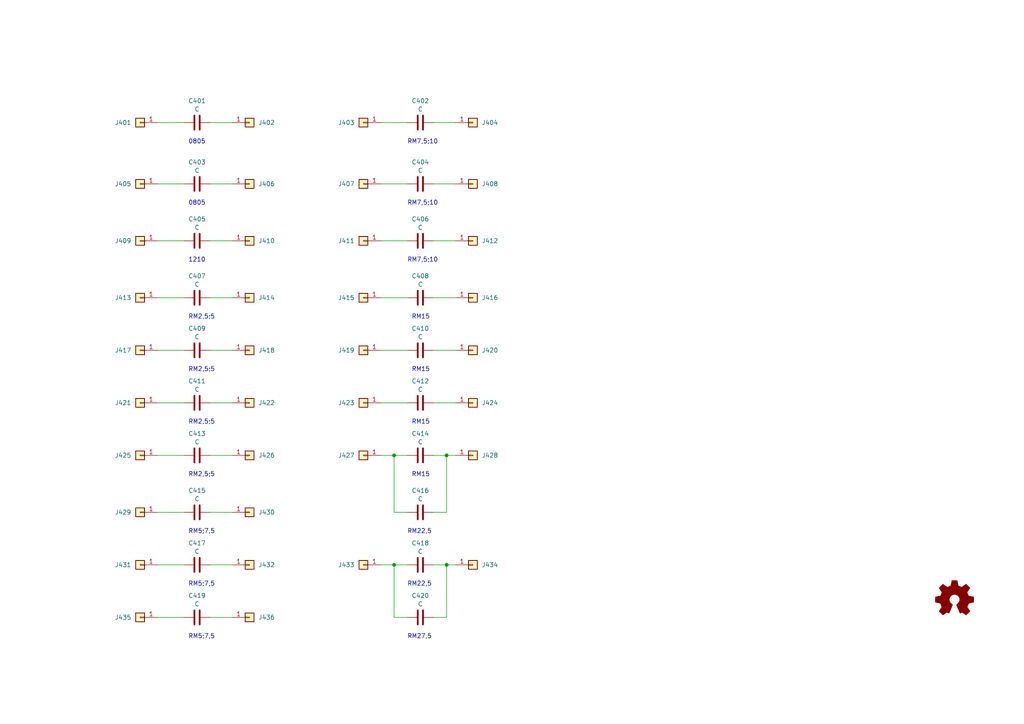
<source format=kicad_sch>
(kicad_sch (version 20230121) (generator eeschema)
  (paper "A4")
  (title_block (title "Reparaturhelfer") (date "2024-01-04") (rev "1-a") (comment 1 "Vereinfachung der Reparatur von Röhrenradios, ") (comment 2 "Erweiterung um Bluetooth."))
  (lib_symbols
    (symbol "Connector_Generic:Conn_01x01" (pin_names (offset 1.016) hide)
      (property "Reference" "J" (at 0 2.54 0))
      (property "Value" "Conn_01x01" (at 0 -2.54 0))
      (symbol "Conn_01x01_1_1"
        (rectangle (start -1.27 0.127) (end 0 -0.127) (stroke (width 0.1524)))
        (rectangle (start -1.27 1.27) (end 1.27 -1.27) (stroke (width 0.254)) (fill (type background)))
        (pin passive line (at -5.08 0 0) (length 3.81) (name "Pin_1") (number "1"))
      )
    )
    (symbol "Device:C" (pin_numbers hide) (pin_names (offset 0.254))
      (property "Reference" "C" (at 0.635 2.54 0))
      (property "Value" "C" (at 0.635 -2.54 0))
      (symbol "C_0_1"
        (polyline (pts (xy -2.032 -0.762) (xy 2.032 -0.762)) (stroke (width 0.508)))
        (polyline (pts (xy -2.032 0.762) (xy 2.032 0.762)) (stroke (width 0.508)))
      )
      (symbol "C_1_1"
        (pin passive line (at 0 3.81 270) (length 2.794) (name "~") (number "1"))
        (pin passive line (at 0 -3.81 90) (length 2.794) (name "~") (number "2"))
      )
    )
    (symbol "Graphic:Logo_Open_Hardware_Small" (pin_names (offset 1.016))
      (symbol "Logo_Open_Hardware_Small_0_1"
        (polyline (pts (xy 3.3528 -4.3434) (xy 3.302 -4.318) (xy 3.175 -4.2418) (xy 2.9972 -4.1148) (xy 2.7686 -3.9624) (xy 2.54 -3.81) (xy 2.3622 -3.7084) (xy 2.2352 -3.6068) (xy 2.1844 -3.5814) (xy 2.159 -3.6068) (xy 2.0574 -3.6576) (xy 1.905 -3.7338) (xy 1.8034 -3.7846) (xy 1.6764 -3.8354) (xy 1.6002 -3.8354) (xy 1.6002 -3.8354) (xy 1.5494 -3.7338) (xy 1.4732 -3.5306) (xy 1.3462 -3.302) (xy 1.2446 -3.0226) (xy 1.1176 -2.7178) (xy 0.9652 -2.413) (xy 0.8636 -2.1082) (xy 0.7366 -1.8288) (xy 0.6604 -1.6256) (xy 0.6096 -1.4732) (xy 0.5842 -1.397) (xy 0.5842 -1.397) (xy 0.6604 -1.3208) (xy 0.7874 -1.2446) (xy 1.0414 -1.016) (xy 1.2954 -0.6858) (xy 1.4478 -0.3302) (xy 1.524 0.0762) (xy 1.4732 0.4572) (xy 1.3208 0.8128) (xy 1.0668 1.143) (xy 0.762 1.3716) (xy 0.4064 1.524) (xy 0 1.5748) (xy -0.381 1.5494) (xy -0.7366 1.397) (xy -1.0668 1.143) (xy -1.2192 0.9906) (xy -1.397 0.6604) (xy -1.524 0.3048) (xy -1.524 0.2286) (xy -1.4986 -0.1778) (xy -1.397 -0.5334) (xy -1.1938 -0.8636) (xy -0.9144 -1.143) (xy -0.8636 -1.1684) (xy -0.7366 -1.27) (xy -0.635 -1.3462) (xy -0.5842 -1.397) (xy -1.0668 -2.5908) (xy -1.143 -2.794) (xy -1.2954 -3.1242) (xy -1.397 -3.4036) (xy -1.4986 -3.6322) (xy -1.5748 -3.7846) (xy -1.6002 -3.8354) (xy -1.6002 -3.8354) (xy -1.651 -3.8354) (xy -1.7272 -3.81) (xy -1.905 -3.7338) (xy -2.0066 -3.683) (xy -2.1336 -3.6068) (xy -2.2098 -3.5814) (xy -2.2606 -3.6068) (xy -2.3622 -3.683) (xy -2.54 -3.81) (xy -2.7686 -3.9624) (xy -2.9718 -4.0894) (xy -3.1496 -4.2164) (xy -3.302 -4.318) (xy -3.3528 -4.3434) (xy -3.3782 -4.3434) (xy -3.429 -4.318) (xy -3.5306 -4.2164) (xy -3.7084 -4.064) (xy -3.937 -3.8354) (xy -3.9624 -3.81) (xy -4.1656 -3.6068) (xy -4.318 -3.4544) (xy -4.4196 -3.3274) (xy -4.445 -3.2766) (xy -4.445 -3.2766) (xy -4.4196 -3.2258) (xy -4.318 -3.0734) (xy -4.2164 -2.8956) (xy -4.064 -2.667) (xy -3.6576 -2.0828) (xy -3.8862 -1.5494) (xy -3.937 -1.3716) (xy -4.0386 -1.1684) (xy -4.0894 -1.0414) (xy -4.1148 -0.9652) (xy -4.191 -0.9398) (xy -4.318 -0.9144) (xy -4.5466 -0.8636) (xy -4.8006 -0.8128) (xy -5.0546 -0.7874) (xy -5.2578 -0.7366) (xy -5.4356 -0.7112) (xy -5.5118 -0.6858) (xy -5.5118 -0.6858) (xy -5.5372 -0.635) (xy -5.5372 -0.5588) (xy -5.5372 -0.4318) (xy -5.5626 -0.2286) (xy -5.5626 0.0762) (xy -5.5626 0.127) (xy -5.5372 0.4064) (xy -5.5372 0.635) (xy -5.5372 0.762) (xy -5.5372 0.8382) (xy -5.5372 0.8382) (xy -5.461 0.8382) (xy -5.3086 0.889) (xy -5.08 0.9144) (xy -4.826 0.9652) (xy -4.8006 0.9906) (xy -4.5466 1.0414) (xy -4.318 1.0668) (xy -4.1656 1.1176) (xy -4.0894 1.143) (xy -4.0894 1.143) (xy -4.0386 1.2446) (xy -3.9624 1.4224) (xy -3.8608 1.6256) (xy -3.7846 1.8288) (xy -3.7084 2.0066) (xy -3.6576 2.159) (xy -3.6322 2.2098) (xy -3.6322 2.2098) (xy -3.683 2.286) (xy -3.7592 2.413) (xy -3.8862 2.5908) (xy -4.064 2.8194) (xy -4.064 2.8448) (xy -4.2164 3.0734) (xy -4.3434 3.2512) (xy -4.4196 3.3782) (xy -4.445 3.4544) (xy -4.445 3.4544) (xy -4.3942 3.5052) (xy -4.2926 3.6322) (xy -4.1148 3.81) (xy -3.937 4.0132) (xy -3.8608 4.064) (xy -3.6576 4.2926) (xy -3.5052 4.4196) (xy -3.4036 4.4958) (xy -3.3528 4.5212) (xy -3.3528 4.5212) (xy -3.302 4.4704) (xy -3.1496 4.3688) (xy -2.9718 4.2418) (xy -2.7432 4.0894) (xy -2.7178 4.0894) (xy -2.4892 3.937) (xy -2.3114 3.81) (xy -2.1844 3.7084) (xy -2.1336 3.683) (xy -2.1082 3.683) (xy -2.032 3.7084) (xy -1.8542 3.7592) (xy -1.6764 3.8354) (xy -1.4732 3.937) (xy -1.27 4.0132) (xy -1.143 4.064) (xy -1.0668 4.1148) (xy -1.0668 4.1148) (xy -1.0414 4.191) (xy -1.016 4.3434) (xy -0.9652 4.572) (xy -0.9144 4.8514) (xy -0.889 4.9022) (xy -0.8382 5.1562) (xy -0.8128 5.3848) (xy -0.7874 5.5372) (xy -0.762 5.588) (xy -0.7112 5.6134) (xy -0.5842 5.6134) (xy -0.4064 5.6134) (xy -0.1524 5.6134) (xy 0.0762 5.6134) (xy 0.3302 5.6134) (xy 0.5334 5.6134) (xy 0.6858 5.588) (xy 0.7366 5.588) (xy 0.7366 5.588) (xy 0.762 5.5118) (xy 0.8128 5.334) (xy 0.8382 5.1054) (xy 0.9144 4.826) (xy 0.9144 4.7752) (xy 0.9652 4.5212) (xy 1.016 4.2926) (xy 1.0414 4.1402) (xy 1.0668 4.0894) (xy 1.0668 4.0894) (xy 1.1938 4.0386) (xy 1.3716 3.9624) (xy 1.5748 3.8608) (xy 2.0828 3.6576) (xy 2.7178 4.0894) (xy 2.7686 4.1402) (xy 2.9972 4.2926) (xy 3.175 4.4196) (xy 3.302 4.4958) (xy 3.3782 4.5212) (xy 3.3782 4.5212) (xy 3.429 4.4704) (xy 3.556 4.3434) (xy 3.7338 4.191) (xy 3.9116 3.9878) (xy 4.064 3.8354) (xy 4.2418 3.6576) (xy 4.3434 3.556) (xy 4.4196 3.4798) (xy 4.4196 3.429) (xy 4.4196 3.4036) (xy 4.3942 3.3274) (xy 4.2926 3.2004) (xy 4.1656 2.9972) (xy 4.0132 2.794) (xy 3.8862 2.5908) (xy 3.7592 2.3876) (xy 3.6576 2.2352) (xy 3.6322 2.159) (xy 3.6322 2.1336) (xy 3.683 2.0066) (xy 3.7592 1.8288) (xy 3.8608 1.6002) (xy 4.064 1.1176) (xy 4.3942 1.0414) (xy 4.5974 1.016) (xy 4.8768 0.9652) (xy 5.1308 0.9144) (xy 5.5372 0.8382) (xy 5.5626 -0.6604) (xy 5.4864 -0.6858) (xy 5.4356 -0.6858) (xy 5.2832 -0.7366) (xy 5.0546 -0.762) (xy 4.8006 -0.8128) (xy 4.5974 -0.8636) (xy 4.3688 -0.9144) (xy 4.2164 -0.9398) (xy 4.1402 -0.9398) (xy 4.1148 -0.9652) (xy 4.064 -1.0668) (xy 3.9878 -1.2446) (xy 3.9116 -1.4478) (xy 3.81 -1.651) (xy 3.7338 -1.8542) (xy 3.683 -2.0066) (xy 3.6576 -2.0828) (xy 3.683 -2.1336) (xy 3.7846 -2.2606) (xy 3.8862 -2.4638) (xy 4.0386 -2.667) (xy 4.191 -2.8956) (xy 4.318 -3.0734) (xy 4.3942 -3.2004) (xy 4.445 -3.2766) (xy 4.4196 -3.3274) (xy 4.3434 -3.429) (xy 4.1656 -3.5814) (xy 3.937 -3.8354) (xy 3.8862 -3.8608) (xy 3.683 -4.064) (xy 3.5306 -4.2164) (xy 3.4036 -4.318) (xy 3.3528 -4.3434)) (fill (type outline)))
      )
    )
  )
  (junction (at 129.54 132.08))
  (junction (at 114.3 132.08))
  (junction (at 129.54 163.83))
  (junction (at 114.3 163.83))
  (wire (pts (xy 125.73 148.59) (xy 129.54 148.59)))
  (wire (pts (xy 60.96 116.84) (xy 67.31 116.84)))
  (wire (pts (xy 114.3 163.83) (xy 118.11 163.83)))
  (wire (pts (xy 60.96 86.36) (xy 67.31 86.36)))
  (wire (pts (xy 125.73 69.85) (xy 132.08 69.85)))
  (wire (pts (xy 110.49 86.36) (xy 118.11 86.36)))
  (wire (pts (xy 114.3 179.07) (xy 114.3 163.83)))
  (wire (pts (xy 125.73 53.34) (xy 132.08 53.34)))
  (wire (pts (xy 110.49 35.56) (xy 118.11 35.56)))
  (wire (pts (xy 45.72 179.07) (xy 53.34 179.07)))
  (wire (pts (xy 125.73 101.6) (xy 132.08 101.6)))
  (wire (pts (xy 60.96 35.56) (xy 67.31 35.56)))
  (wire (pts (xy 125.73 132.08) (xy 129.54 132.08)))
  (wire (pts (xy 60.96 179.07) (xy 67.31 179.07)))
  (wire (pts (xy 125.73 86.36) (xy 132.08 86.36)))
  (wire (pts (xy 110.49 101.6) (xy 118.11 101.6)))
  (wire (pts (xy 129.54 148.59) (xy 129.54 132.08)))
  (wire (pts (xy 60.96 148.59) (xy 67.31 148.59)))
  (wire (pts (xy 114.3 132.08) (xy 118.11 132.08)))
  (wire (pts (xy 45.72 101.6) (xy 53.34 101.6)))
  (wire (pts (xy 45.72 132.08) (xy 53.34 132.08)))
  (wire (pts (xy 125.73 163.83) (xy 129.54 163.83)))
  (wire (pts (xy 45.72 148.59) (xy 53.34 148.59)))
  (wire (pts (xy 114.3 148.59) (xy 114.3 132.08)))
  (wire (pts (xy 60.96 163.83) (xy 67.31 163.83)))
  (wire (pts (xy 118.11 148.59) (xy 114.3 148.59)))
  (wire (pts (xy 125.73 179.07) (xy 129.54 179.07)))
  (wire (pts (xy 60.96 101.6) (xy 67.31 101.6)))
  (wire (pts (xy 60.96 53.34) (xy 67.31 53.34)))
  (wire (pts (xy 129.54 132.08) (xy 132.08 132.08)))
  (wire (pts (xy 45.72 69.85) (xy 53.34 69.85)))
  (wire (pts (xy 45.72 163.83) (xy 53.34 163.83)))
  (wire (pts (xy 129.54 179.07) (xy 129.54 163.83)))
  (wire (pts (xy 60.96 132.08) (xy 67.31 132.08)))
  (wire (pts (xy 110.49 69.85) (xy 118.11 69.85)))
  (wire (pts (xy 60.96 69.85) (xy 67.31 69.85)))
  (wire (pts (xy 110.49 53.34) (xy 118.11 53.34)))
  (wire (pts (xy 45.72 35.56) (xy 53.34 35.56)))
  (wire (pts (xy 110.49 116.84) (xy 118.11 116.84)))
  (wire (pts (xy 125.73 35.56) (xy 132.08 35.56)))
  (wire (pts (xy 118.11 179.07) (xy 114.3 179.07)))
  (wire (pts (xy 45.72 116.84) (xy 53.34 116.84)))
  (wire (pts (xy 129.54 163.83) (xy 132.08 163.83)))
  (wire (pts (xy 125.73 116.84) (xy 132.08 116.84)))
  (wire (pts (xy 110.49 132.08) (xy 114.3 132.08)))
  (wire (pts (xy 45.72 53.34) (xy 53.34 53.34)))
  (wire (pts (xy 45.72 86.36) (xy 53.34 86.36)))
  (wire (pts (xy 110.49 163.83) (xy 114.3 163.83)))
  (text "RM7,5;10" (at 118.11 59.69 0) (effects (font (size 1.27 1.27)) (justify left bottom)))
  (text "RM7,5;10" (at 118.11 41.91 0) (effects (font (size 1.27 1.27)) (justify left bottom)))
  (text "0805" (at 54.61 41.91 0) (effects (font (size 1.27 1.27)) (justify left bottom)))
  (text "RM5;7,5" (at 54.61 154.94 0) (effects (font (size 1.27 1.27)) (justify left bottom)))
  (text "RM5;7,5" (at 54.61 170.18 0) (effects (font (size 1.27 1.27)) (justify left bottom)))
  (text "RM15" (at 119.38 123.19 0) (effects (font (size 1.27 1.27)) (justify left bottom)))
  (text "RM2,5;5" (at 54.61 138.43 0) (effects (font (size 1.27 1.27)) (justify left bottom)))
  (text "RM5;7,5" (at 54.61 185.42 0) (effects (font (size 1.27 1.27)) (justify left bottom)))
  (text "RM2,5;5" (at 54.61 107.95 0) (effects (font (size 1.27 1.27)) (justify left bottom)))
  (text "RM22,5" (at 118.11 154.94 0) (effects (font (size 1.27 1.27)) (justify left bottom)))
  (text "RM15" (at 119.38 92.71 0) (effects (font (size 1.27 1.27)) (justify left bottom)))
  (text "RM22,5" (at 118.11 170.18 0) (effects (font (size 1.27 1.27)) (justify left bottom)))
  (text "RM15" (at 119.38 107.95 0) (effects (font (size 1.27 1.27)) (justify left bottom)))
  (text "RM2,5;5" (at 54.61 123.19 0) (effects (font (size 1.27 1.27)) (justify left bottom)))
  (text "RM7,5;10" (at 118.11 76.2 0) (effects (font (size 1.27 1.27)) (justify left bottom)))
  (text "1210" (at 54.61 76.2 0) (effects (font (size 1.27 1.27)) (justify left bottom)))
  (text "RM15" (at 119.38 138.43 0) (effects (font (size 1.27 1.27)) (justify left bottom)))
  (text "0805" (at 54.61 59.69 0) (effects (font (size 1.27 1.27)) (justify left bottom)))
  (text "RM2,5;5" (at 54.61 92.71 0) (effects (font (size 1.27 1.27)) (justify left bottom)))
  (text "RM27,5" (at 118.11 185.42 0) (effects (font (size 1.27 1.27)) (justify left bottom)))
  (symbol (lib_id "Connector_Generic:Conn_01x01") (at 72.39 132.08 0) (mirror x) (unit 1)
    (property "Reference" "J426" (at 74.93 132.08 0) (effects (justify left)))
    (property "Value" "Conn_01x01" (effects hide))
    (property "Footprint" "Connector_PinHeader_2.54mm:PinHeader_1x01_P2.54mm_Vertical" (effects hide))
  )
  (symbol (lib_id "Device:C") (at 121.92 53.34 90) (unit 1)
    (property "Reference" "C404" (at 121.92 47.0367 90))
    (property "Value" "C" (at 121.92 49.4609 90))
    (property "Footprint" "Capacitor_THT:C_Rect_L13.0mm_W6.5mm_P7.50mm_P10.00mm" (effects hide))
  )
  (symbol (lib_id "Connector_Generic:Conn_01x01") (at 40.64 179.07 0) (mirror y) (unit 1)
    (property "Reference" "J435" (at 38.1 179.07 0) (effects (justify left)))
    (property "Value" "Conn_01x01" (effects hide))
    (property "Footprint" "Connector_PinHeader_2.54mm:PinHeader_1x01_P2.54mm_Vertical" (effects hide))
  )
  (symbol (lib_id "Connector_Generic:Conn_01x01") (at 40.64 132.08 0) (mirror y) (unit 1)
    (property "Reference" "J425" (at 38.1 132.08 0) (effects (justify left)))
    (property "Value" "Conn_01x01" (effects hide))
    (property "Footprint" "Connector_PinHeader_2.54mm:PinHeader_1x01_P2.54mm_Vertical" (effects hide))
  )
  (symbol (lib_id "Connector_Generic:Conn_01x01") (at 72.39 35.56 0) (mirror x) (unit 1)
    (property "Reference" "J402" (at 74.93 35.56 0) (effects (justify left)))
    (property "Value" "Conn_01x01" (effects hide))
    (property "Footprint" "Connector_PinHeader_2.54mm:PinHeader_1x01_P2.54mm_Vertical" (effects hide))
  )
  (symbol (lib_id "Device:C") (at 121.92 69.85 90) (unit 1)
    (property "Reference" "C406" (at 121.92 63.5467 90))
    (property "Value" "C" (at 121.92 65.9709 90))
    (property "Footprint" "Capacitor_THT:C_Rect_L13.0mm_W6.5mm_P7.50mm_P10.00mm" (effects hide))
  )
  (symbol (lib_id "Device:C") (at 121.92 35.56 90) (unit 1)
    (property "Reference" "C402" (at 121.92 29.2567 90))
    (property "Value" "C" (at 121.92 31.6809 90))
    (property "Footprint" "Capacitor_THT:C_Rect_L13.0mm_W6.5mm_P7.50mm_P10.00mm" (effects hide))
  )
  (symbol (lib_id "Connector_Generic:Conn_01x01") (at 105.41 116.84 0) (mirror y) (unit 1)
    (property "Reference" "J423" (at 102.87 116.84 0) (effects (justify left)))
    (property "Value" "Conn_01x01" (effects hide))
    (property "Footprint" "Connector_PinHeader_2.54mm:PinHeader_1x01_P2.54mm_Vertical" (effects hide))
  )
  (symbol (lib_id "Connector_Generic:Conn_01x01") (at 72.39 179.07 0) (mirror x) (unit 1)
    (property "Reference" "J436" (at 74.93 179.07 0) (effects (justify left)))
    (property "Value" "Conn_01x01" (effects hide))
    (property "Footprint" "Connector_PinHeader_2.54mm:PinHeader_1x01_P2.54mm_Vertical" (effects hide))
  )
  (symbol (lib_id "Device:C") (at 57.15 163.83 90) (unit 1)
    (property "Reference" "C417" (at 57.15 157.5267 90))
    (property "Value" "C" (at 57.15 159.9509 90))
    (property "Footprint" "Capacitor_THT:C_Rect_L10.0mm_W5.0mm_P5.00mm_P7.50mm" (effects hide))
  )
  (symbol (lib_id "Connector_Generic:Conn_01x01") (at 72.39 163.83 0) (mirror x) (unit 1)
    (property "Reference" "J432" (at 74.93 163.83 0) (effects (justify left)))
    (property "Value" "Conn_01x01" (effects hide))
    (property "Footprint" "Connector_PinHeader_2.54mm:PinHeader_1x01_P2.54mm_Vertical" (effects hide))
  )
  (symbol (lib_id "Connector_Generic:Conn_01x01") (at 72.39 53.34 0) (mirror x) (unit 1)
    (property "Reference" "J406" (at 74.93 53.34 0) (effects (justify left)))
    (property "Value" "Conn_01x01" (effects hide))
    (property "Footprint" "Connector_PinHeader_2.54mm:PinHeader_1x01_P2.54mm_Vertical" (effects hide))
  )
  (symbol (lib_id "Device:C") (at 57.15 69.85 90) (unit 1)
    (property "Reference" "C405" (at 57.15 63.5467 90))
    (property "Value" "C" (at 57.15 65.9709 90))
    (property "Footprint" "Capacitor_SMD:C_1210_3225Metric_Pad1.33x2.70mm_HandSolder" (effects hide))
  )
  (symbol (lib_id "Device:C") (at 57.15 53.34 90) (unit 1)
    (property "Reference" "C403" (at 57.15 47.0367 90))
    (property "Value" "C" (at 57.15 49.4609 90))
    (property "Footprint" "Capacitor_SMD:C_0805_2012Metric_Pad1.18x1.45mm_HandSolder" (effects hide))
  )
  (symbol (lib_id "Connector_Generic:Conn_01x01") (at 105.41 35.56 0) (mirror y) (unit 1)
    (property "Reference" "J403" (at 102.87 35.56 0) (effects (justify left)))
    (property "Value" "Conn_01x01" (effects hide))
    (property "Footprint" "Connector_PinHeader_2.54mm:PinHeader_1x01_P2.54mm_Vertical" (effects hide))
  )
  (symbol (lib_id "Device:C") (at 57.15 148.59 90) (unit 1)
    (property "Reference" "C415" (at 57.15 142.2867 90))
    (property "Value" "C" (at 57.15 144.7109 90))
    (property "Footprint" "Capacitor_THT:C_Rect_L10.0mm_W5.0mm_P5.00mm_P7.50mm" (effects hide))
  )
  (symbol (lib_id "Connector_Generic:Conn_01x01") (at 137.16 86.36 0) (mirror x) (unit 1)
    (property "Reference" "J416" (at 139.7 86.36 0) (effects (justify left)))
    (property "Value" "Conn_01x01" (effects hide))
    (property "Footprint" "Connector_PinHeader_2.54mm:PinHeader_1x01_P2.54mm_Vertical" (effects hide))
  )
  (symbol (lib_id "Connector_Generic:Conn_01x01") (at 137.16 101.6 0) (mirror x) (unit 1)
    (property "Reference" "J420" (at 139.7 101.6 0) (effects (justify left)))
    (property "Value" "Conn_01x01" (effects hide))
    (property "Footprint" "Connector_PinHeader_2.54mm:PinHeader_1x01_P2.54mm_Vertical" (effects hide))
  )
  (symbol (lib_id "Connector_Generic:Conn_01x01") (at 40.64 116.84 0) (mirror y) (unit 1)
    (property "Reference" "J421" (at 38.1 116.84 0) (effects (justify left)))
    (property "Value" "Conn_01x01" (effects hide))
    (property "Footprint" "Connector_PinHeader_2.54mm:PinHeader_1x01_P2.54mm_Vertical" (effects hide))
  )
  (symbol (lib_id "Device:C") (at 121.92 148.59 90) (unit 1)
    (property "Reference" "C416" (at 121.92 142.2867 90))
    (property "Value" "C" (at 121.92 144.7109 90))
    (property "Footprint" "Capacitor_THT:C_Rect_L24.0mm_W10.1mm_P22.50mm_MKT" (effects hide))
  )
  (symbol (lib_id "Connector_Generic:Conn_01x01") (at 105.41 132.08 0) (mirror y) (unit 1)
    (property "Reference" "J427" (at 102.87 132.08 0) (effects (justify left)))
    (property "Value" "Conn_01x01" (effects hide))
    (property "Footprint" "Connector_PinHeader_2.54mm:PinHeader_1x01_P2.54mm_Vertical" (effects hide))
  )
  (symbol (lib_id "Connector_Generic:Conn_01x01") (at 40.64 35.56 0) (mirror y) (unit 1)
    (property "Reference" "J401" (at 38.1 35.56 0) (effects (justify left)))
    (property "Value" "Conn_01x01" (effects hide))
    (property "Footprint" "Connector_PinHeader_2.54mm:PinHeader_1x01_P2.54mm_Vertical" (effects hide))
  )
  (symbol (lib_id "Device:C") (at 121.92 101.6 90) (unit 1)
    (property "Reference" "C410" (at 121.92 95.2967 90))
    (property "Value" "C" (at 121.92 97.7209 90))
    (property "Footprint" "Capacitor_THT:C_Rect_L16.5mm_W7.0mm_P15.00mm_MKT" (effects hide))
  )
  (symbol (lib_id "Device:C") (at 57.15 179.07 90) (unit 1)
    (property "Reference" "C419" (at 57.15 172.7667 90))
    (property "Value" "C" (at 57.15 175.1909 90))
    (property "Footprint" "Capacitor_THT:C_Rect_L10.0mm_W5.0mm_P5.00mm_P7.50mm" (effects hide))
  )
  (symbol (lib_id "Connector_Generic:Conn_01x01") (at 72.39 148.59 0) (mirror x) (unit 1)
    (property "Reference" "J430" (at 74.93 148.59 0) (effects (justify left)))
    (property "Value" "Conn_01x01" (effects hide))
    (property "Footprint" "Connector_PinHeader_2.54mm:PinHeader_1x01_P2.54mm_Vertical" (effects hide))
  )
  (symbol (lib_id "Connector_Generic:Conn_01x01") (at 40.64 163.83 0) (mirror y) (unit 1)
    (property "Reference" "J431" (at 38.1 163.83 0) (effects (justify left)))
    (property "Value" "Conn_01x01" (effects hide))
    (property "Footprint" "Connector_PinHeader_2.54mm:PinHeader_1x01_P2.54mm_Vertical" (effects hide))
  )
  (symbol (lib_id "Device:C") (at 57.15 86.36 90) (unit 1)
    (property "Reference" "C407" (at 57.15 80.0567 90))
    (property "Value" "C" (at 57.15 82.4809 90))
    (property "Footprint" "Capacitor_THT:C_Rect_L7.0mm_W3.5mm_P2.50mm_P5.00mm" (effects hide))
  )
  (symbol (lib_id "Connector_Generic:Conn_01x01") (at 105.41 101.6 0) (mirror y) (unit 1)
    (property "Reference" "J419" (at 102.87 101.6 0) (effects (justify left)))
    (property "Value" "Conn_01x01" (effects hide))
    (property "Footprint" "Connector_PinHeader_2.54mm:PinHeader_1x01_P2.54mm_Vertical" (effects hide))
  )
  (symbol (lib_id "Device:C") (at 121.92 179.07 90) (unit 1)
    (property "Reference" "C420" (at 121.92 172.7667 90))
    (property "Value" "C" (at 121.92 175.1909 90))
    (property "Footprint" "Capacitor_THT:C_Rect_L29.0mm_W11.0mm_P27.50mm_MKT" (effects hide))
  )
  (symbol (lib_id "Connector_Generic:Conn_01x01") (at 72.39 116.84 0) (mirror x) (unit 1)
    (property "Reference" "J422" (at 74.93 116.84 0) (effects (justify left)))
    (property "Value" "Conn_01x01" (effects hide))
    (property "Footprint" "Connector_PinHeader_2.54mm:PinHeader_1x01_P2.54mm_Vertical" (effects hide))
  )
  (symbol (lib_id "Connector_Generic:Conn_01x01") (at 137.16 69.85 0) (mirror x) (unit 1)
    (property "Reference" "J412" (at 139.7 69.85 0) (effects (justify left)))
    (property "Value" "Conn_01x01" (effects hide))
    (property "Footprint" "Connector_PinHeader_2.54mm:PinHeader_1x01_P2.54mm_Vertical" (effects hide))
  )
  (symbol (lib_id "Connector_Generic:Conn_01x01") (at 40.64 148.59 0) (mirror y) (unit 1)
    (property "Reference" "J429" (at 38.1 148.59 0) (effects (justify left)))
    (property "Value" "Conn_01x01" (effects hide))
    (property "Footprint" "Connector_PinHeader_2.54mm:PinHeader_1x01_P2.54mm_Vertical" (effects hide))
  )
  (symbol (lib_id "Connector_Generic:Conn_01x01") (at 105.41 86.36 0) (mirror y) (unit 1)
    (property "Reference" "J415" (at 102.87 86.36 0) (effects (justify left)))
    (property "Value" "Conn_01x01" (effects hide))
    (property "Footprint" "Connector_PinHeader_2.54mm:PinHeader_1x01_P2.54mm_Vertical" (effects hide))
  )
  (symbol (lib_id "Connector_Generic:Conn_01x01") (at 72.39 101.6 0) (mirror x) (unit 1)
    (property "Reference" "J418" (at 74.93 101.6 0) (effects (justify left)))
    (property "Value" "Conn_01x01" (effects hide))
    (property "Footprint" "Connector_PinHeader_2.54mm:PinHeader_1x01_P2.54mm_Vertical" (effects hide))
  )
  (symbol (lib_id "Device:C") (at 57.15 35.56 90) (unit 1)
    (property "Reference" "C401" (at 57.15 29.2567 90))
    (property "Value" "C" (at 57.15 31.6809 90))
    (property "Footprint" "Capacitor_SMD:C_0805_2012Metric_Pad1.18x1.45mm_HandSolder" (effects hide))
  )
  (symbol (lib_id "Connector_Generic:Conn_01x01") (at 137.16 53.34 0) (mirror x) (unit 1)
    (property "Reference" "J408" (at 139.7 53.34 0) (effects (justify left)))
    (property "Value" "Conn_01x01" (effects hide))
    (property "Footprint" "Connector_PinHeader_2.54mm:PinHeader_1x01_P2.54mm_Vertical" (effects hide))
  )
  (symbol (lib_id "Connector_Generic:Conn_01x01") (at 72.39 69.85 0) (mirror x) (unit 1)
    (property "Reference" "J410" (at 74.93 69.85 0) (effects (justify left)))
    (property "Value" "Conn_01x01" (effects hide))
    (property "Footprint" "Connector_PinHeader_2.54mm:PinHeader_1x01_P2.54mm_Vertical" (effects hide))
  )
  (symbol (lib_id "Connector_Generic:Conn_01x01") (at 105.41 53.34 0) (mirror y) (unit 1)
    (property "Reference" "J407" (at 102.87 53.34 0) (effects (justify left)))
    (property "Value" "Conn_01x01" (effects hide))
    (property "Footprint" "Connector_PinHeader_2.54mm:PinHeader_1x01_P2.54mm_Vertical" (effects hide))
  )
  (symbol (lib_id "Connector_Generic:Conn_01x01") (at 105.41 163.83 0) (mirror y) (unit 1)
    (property "Reference" "J433" (at 102.87 163.83 0) (effects (justify left)))
    (property "Value" "Conn_01x01" (effects hide))
    (property "Footprint" "Connector_PinHeader_2.54mm:PinHeader_1x01_P2.54mm_Vertical" (effects hide))
  )
  (symbol (lib_id "Device:C") (at 121.92 163.83 90) (unit 1)
    (property "Reference" "C418" (at 121.92 157.5267 90))
    (property "Value" "C" (at 121.92 159.9509 90))
    (property "Footprint" "Capacitor_THT:C_Rect_L24.0mm_W10.1mm_P22.50mm_MKT" (effects hide))
  )
  (symbol (lib_id "Connector_Generic:Conn_01x01") (at 105.41 69.85 0) (mirror y) (unit 1)
    (property "Reference" "J411" (at 102.87 69.85 0) (effects (justify left)))
    (property "Value" "Conn_01x01" (effects hide))
    (property "Footprint" "Connector_PinHeader_2.54mm:PinHeader_1x01_P2.54mm_Vertical" (effects hide))
  )
  (symbol (lib_id "Connector_Generic:Conn_01x01") (at 137.16 163.83 0) (mirror x) (unit 1)
    (property "Reference" "J434" (at 139.7 163.83 0) (effects (justify left)))
    (property "Value" "Conn_01x01" (effects hide))
    (property "Footprint" "Connector_PinHeader_2.54mm:PinHeader_1x01_P2.54mm_Vertical" (effects hide))
  )
  (symbol (lib_id "Device:C") (at 57.15 116.84 90) (unit 1)
    (property "Reference" "C411" (at 57.15 110.5367 90))
    (property "Value" "C" (at 57.15 112.9609 90))
    (property "Footprint" "Capacitor_THT:C_Rect_L7.0mm_W3.5mm_P2.50mm_P5.00mm" (effects hide))
  )
  (symbol (lib_id "Device:C") (at 121.92 132.08 90) (unit 1)
    (property "Reference" "C414" (at 121.92 125.7767 90))
    (property "Value" "C" (at 121.92 128.2009 90))
    (property "Footprint" "Capacitor_THT:C_Rect_L16.5mm_W7.0mm_P15.00mm_MKT" (effects hide))
  )
  (symbol (lib_id "Connector_Generic:Conn_01x01") (at 40.64 86.36 0) (mirror y) (unit 1)
    (property "Reference" "J413" (at 38.1 86.36 0) (effects (justify left)))
    (property "Value" "Conn_01x01" (effects hide))
    (property "Footprint" "Connector_PinHeader_2.54mm:PinHeader_1x01_P2.54mm_Vertical" (effects hide))
  )
  (symbol (lib_id "Connector_Generic:Conn_01x01") (at 72.39 86.36 0) (mirror x) (unit 1)
    (property "Reference" "J414" (at 74.93 86.36 0) (effects (justify left)))
    (property "Value" "Conn_01x01" (effects hide))
    (property "Footprint" "Connector_PinHeader_2.54mm:PinHeader_1x01_P2.54mm_Vertical" (effects hide))
  )
  (symbol (lib_id "Device:C") (at 121.92 116.84 90) (unit 1)
    (property "Reference" "C412" (at 121.92 110.5367 90))
    (property "Value" "C" (at 121.92 112.9609 90))
    (property "Footprint" "Capacitor_THT:C_Rect_L16.5mm_W7.0mm_P15.00mm_MKT" (effects hide))
  )
  (symbol (lib_id "Connector_Generic:Conn_01x01") (at 40.64 53.34 0) (mirror y) (unit 1)
    (property "Reference" "J405" (at 38.1 53.34 0) (effects (justify left)))
    (property "Value" "Conn_01x01" (effects hide))
    (property "Footprint" "Connector_PinHeader_2.54mm:PinHeader_1x01_P2.54mm_Vertical" (effects hide))
  )
  (symbol (lib_id "Connector_Generic:Conn_01x01") (at 137.16 35.56 0) (mirror x) (unit 1)
    (property "Reference" "J404" (at 139.7 35.56 0) (effects (justify left)))
    (property "Value" "Conn_01x01" (effects hide))
    (property "Footprint" "Connector_PinHeader_2.54mm:PinHeader_1x01_P2.54mm_Vertical" (effects hide))
  )
  (symbol (lib_id "Device:C") (at 57.15 101.6 90) (unit 1)
    (property "Reference" "C409" (at 57.15 95.2967 90))
    (property "Value" "C" (at 57.15 97.7209 90))
    (property "Footprint" "Capacitor_THT:C_Rect_L7.0mm_W3.5mm_P2.50mm_P5.00mm" (effects hide))
  )
  (symbol (lib_id "Connector_Generic:Conn_01x01") (at 137.16 132.08 0) (mirror x) (unit 1)
    (property "Reference" "J428" (at 139.7 132.08 0) (effects (justify left)))
    (property "Value" "Conn_01x01" (effects hide))
    (property "Footprint" "Connector_PinHeader_2.54mm:PinHeader_1x01_P2.54mm_Vertical" (effects hide))
  )
  (symbol (lib_id "Connector_Generic:Conn_01x01") (at 40.64 69.85 0) (mirror y) (unit 1)
    (property "Reference" "J409" (at 38.1 69.85 0) (effects (justify left)))
    (property "Value" "Conn_01x01" (effects hide))
    (property "Footprint" "Connector_PinHeader_2.54mm:PinHeader_1x01_P2.54mm_Vertical" (effects hide))
  )
  (symbol (lib_id "Device:C") (at 121.92 86.36 90) (unit 1)
    (property "Reference" "C408" (at 121.92 80.0567 90))
    (property "Value" "C" (at 121.92 82.4809 90))
    (property "Footprint" "Capacitor_THT:C_Rect_L16.5mm_W7.0mm_P15.00mm_MKT" (effects hide))
  )
  (symbol (lib_id "Device:C") (at 57.15 132.08 90) (unit 1)
    (property "Reference" "C413" (at 57.15 125.7767 90))
    (property "Value" "C" (at 57.15 128.2009 90))
    (property "Footprint" "Capacitor_THT:C_Rect_L7.0mm_W3.5mm_P2.50mm_P5.00mm" (effects hide))
  )
  (symbol (lib_id "Connector_Generic:Conn_01x01") (at 137.16 116.84 0) (mirror x) (unit 1)
    (property "Reference" "J424" (at 139.7 116.84 0) (effects (justify left)))
    (property "Value" "Conn_01x01" (effects hide))
    (property "Footprint" "Connector_PinHeader_2.54mm:PinHeader_1x01_P2.54mm_Vertical" (effects hide))
  )
  (symbol (lib_id "Graphic:Logo_Open_Hardware_Small") (at 276.86 173.99 0) (unit 1)
    (property "Reference" "#LOGO401" (effects hide))
    (property "Value" "Logo_Open_Hardware_Small" (effects hide))
  )
  (symbol (lib_id "Connector_Generic:Conn_01x01") (at 40.64 101.6 0) (mirror y) (unit 1)
    (property "Reference" "J417" (at 38.1 101.6 0) (effects (justify left)))
    (property "Value" "Conn_01x01" (effects hide))
    (property "Footprint" "Connector_PinHeader_2.54mm:PinHeader_1x01_P2.54mm_Vertical" (effects hide))
  )
)
</source>
